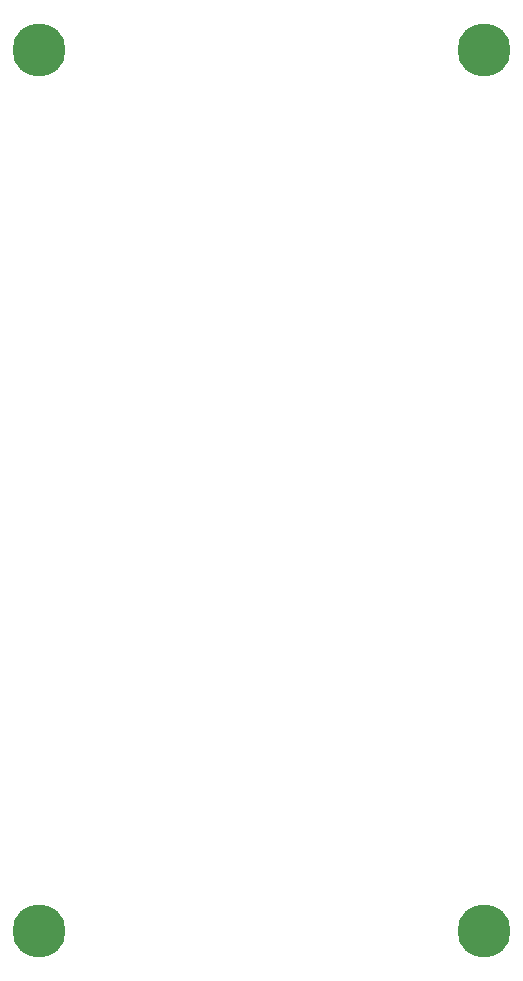
<source format=gbr>
%TF.GenerationSoftware,KiCad,Pcbnew,9.0.7-9.0.7~ubuntu24.04.1*%
%TF.CreationDate,2026-02-08T18:37:26+03:00*%
%TF.ProjectId,Linear_PowerSup_v1,4c696e65-6172-45f5-906f-776572537570,rev?*%
%TF.SameCoordinates,Original*%
%TF.FileFunction,NonPlated,1,2,NPTH,Drill*%
%TF.FilePolarity,Positive*%
%FSLAX46Y46*%
G04 Gerber Fmt 4.6, Leading zero omitted, Abs format (unit mm)*
G04 Created by KiCad (PCBNEW 9.0.7-9.0.7~ubuntu24.04.1) date 2026-02-08 18:37:26*
%MOMM*%
%LPD*%
G01*
G04 APERTURE LIST*
%TA.AperFunction,ComponentDrill*%
%ADD10C,4.500000*%
%TD*%
G04 APERTURE END LIST*
D10*
%TO.C,TR1*%
X114400000Y-55175000D03*
X114400000Y-129800000D03*
X152100000Y-129800000D03*
X152100184Y-55197303D03*
M02*

</source>
